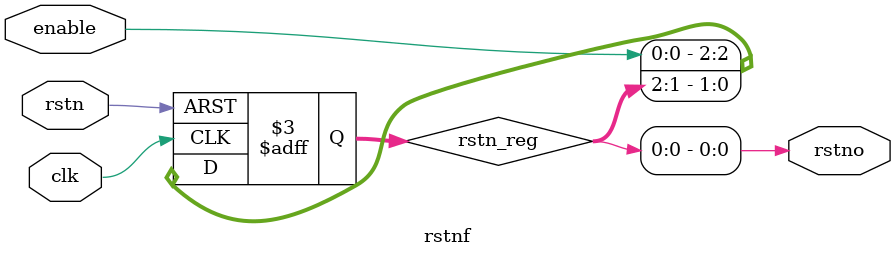
<source format=sv>
module rstnf
#(
  parameter LEN = 3
) 
(
  input     clk,        // Syncronization clock
  input     enable,     // Enable signal
  input     rstn,       // Active low reset signal to be syncronized
  output    rstno       // Syncronized reset
);

logic [LEN-1:0] rstn_reg /* synthesis preserve */;

always_ff @(posedge clk or negedge rstn)
  if (!rstn) rstn_reg <= '0;
  else rstn_reg <= { enable, rstn_reg[LEN-1:1] };

assign rstno = rstn_reg[0];

endmodule
</source>
